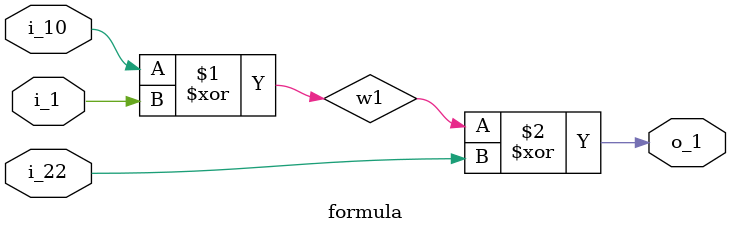
<source format=v>
module formula(i_10,i_1,i_22,o_1);
	input i_10 ,i_1 ,i_22;
	wire w1;
	output o_1;
	assign w1 = (i_10 ^ i_1);
	assign o_1 = (w1 ^ i_22);
endmodule

</source>
